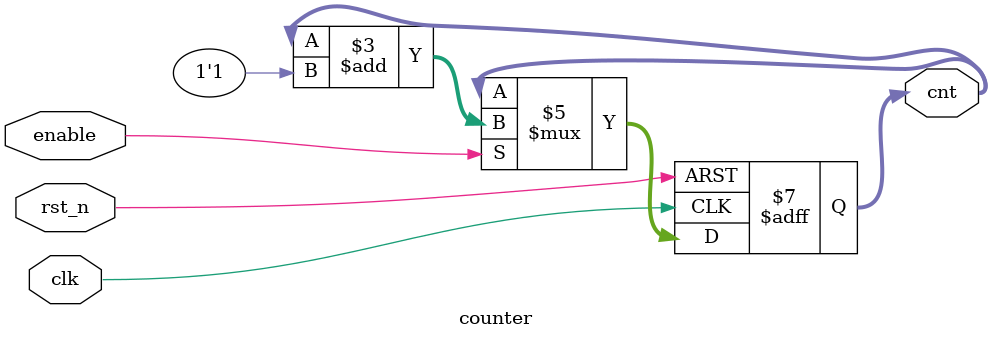
<source format=v>
module counter 
#(
    parameter WIDTH = 32
)
(
    input clk,
    input rst_n,
    input enable,
    output reg [WIDTH - 1:0] cnt
);
    always @(posedge clk or negedge rst_n) begin
        if(!rst_n)
            cnt <= {WIDTH{1'b0}};
        else if (enable)
            cnt <= cnt + 1'b1;
        else 
            cnt <= cnt;
    end
endmodule
</source>
